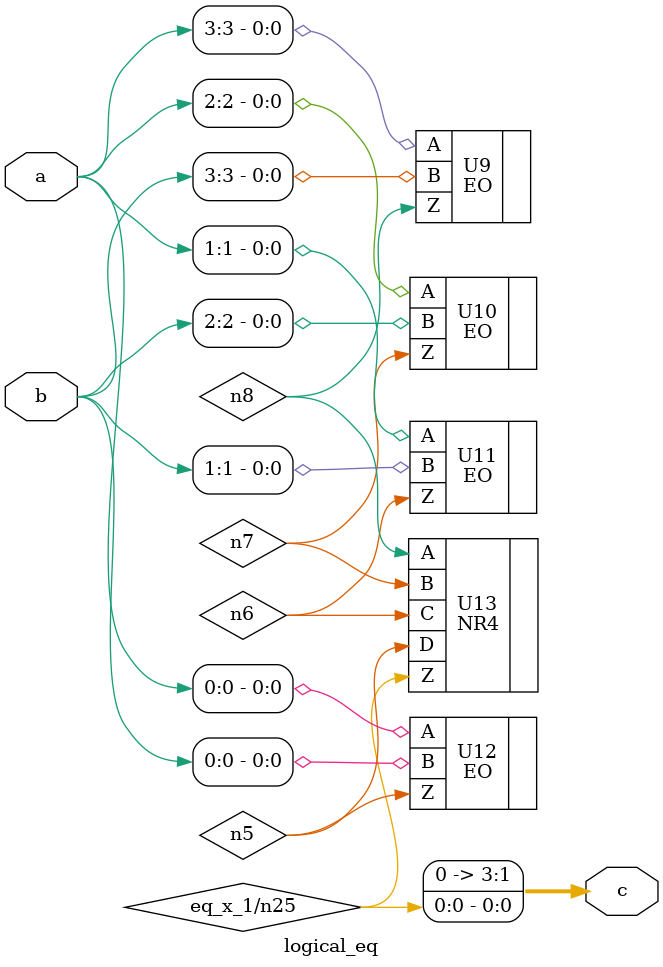
<source format=v>


module logical_eq ( a, b, c );
  input [3:0] a;
  input [3:0] b;
  output [3:0] c;
  wire   \eq_x_1/n25 , n5, n6, n7, n8;
  assign c[1] = 1'b0;
  assign c[2] = 1'b0;
  assign c[3] = 1'b0;
  assign c[0] = \eq_x_1/n25 ;

  EO U9 ( .A(a[3]), .B(b[3]), .Z(n8) );
  EO U10 ( .A(a[2]), .B(b[2]), .Z(n7) );
  EO U11 ( .A(a[1]), .B(b[1]), .Z(n6) );
  EO U12 ( .A(a[0]), .B(b[0]), .Z(n5) );
  NR4 U13 ( .A(n8), .B(n7), .C(n6), .D(n5), .Z(\eq_x_1/n25 ) );
endmodule


</source>
